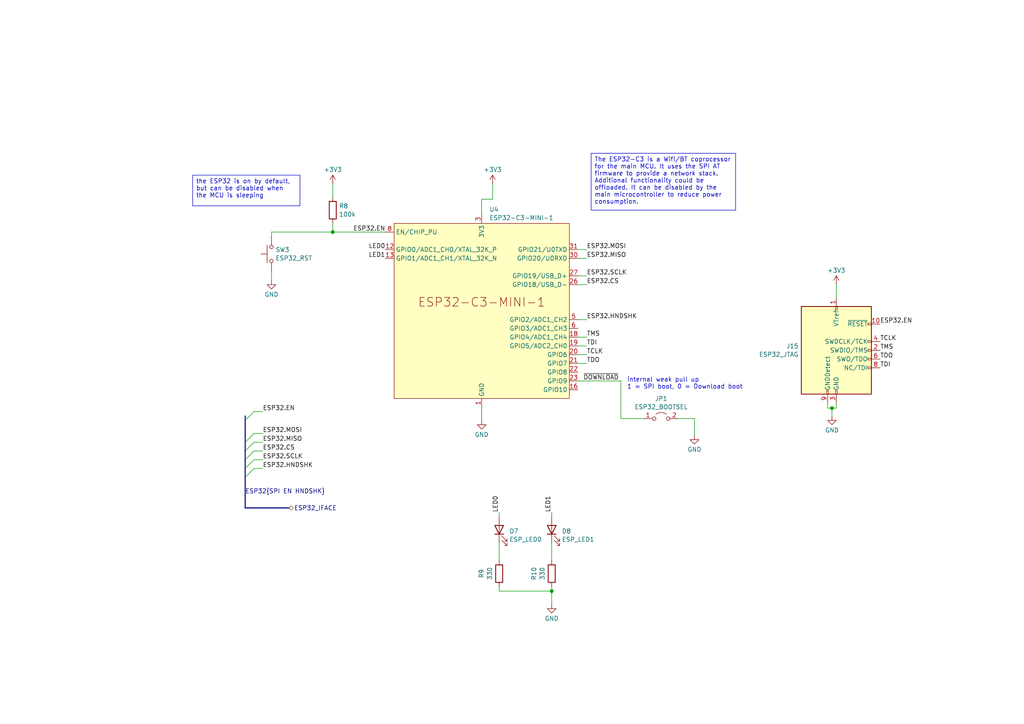
<source format=kicad_sch>
(kicad_sch (version 20230121) (generator eeschema)
  (paper "A4")
  (title_block (title "T3 Telemetry Board") (date "2023-07-26") (rev "1") (company "Solar Vehicle Project"))
  (lib_symbols
    (symbol "Connector:Conn_ARM_JTAG_SWD_10" (pin_names (offset 1.016))
      (property "Reference" "J" (at -2.54 16.51 0))
      (property "Value" "Conn_ARM_JTAG_SWD_10" (at -2.54 13.97 0))
      (symbol "Conn_ARM_JTAG_SWD_10_0_1"
        (rectangle (start -10.16 12.7) (end 10.16 -12.7) (stroke (width 0.254)) (fill (type background)))
        (rectangle (start -2.794 -12.7) (end -2.286 -11.684))
        (rectangle (start -0.254 -12.7) (end 0.254 -11.684))
        (rectangle (start -0.254 12.7) (end 0.254 11.684))
        (rectangle (start 9.144 2.286) (end 10.16 2.794))
        (rectangle (start 10.16 -2.794) (end 9.144 -2.286))
        (rectangle (start 10.16 -0.254) (end 9.144 0.254))
        (rectangle (start 10.16 7.874) (end 9.144 7.366))
      )
      (symbol "Conn_ARM_JTAG_SWD_10_1_1"
        (rectangle (start 9.144 -5.334) (end 10.16 -4.826))
        (pin power_in line (at 0 15.24 270) (length 2.54) (name "VTref") (number "1"))
        (pin open_collector line (at 12.7 7.62 180) (length 2.54) (name "~{RESET}") (number "10"))
        (pin bidirectional line (at 12.7 0 180) (length 2.54) (name "SWDIO/TMS") (number "2"))
        (pin power_in line (at 0 -15.24 90) (length 2.54) (name "GND") (number "3"))
        (pin output line (at 12.7 2.54 180) (length 2.54) (name "SWDCLK/TCK") (number "4"))
        (pin passive line (at 0 -15.24 90) (length 2.54) hide (name "GND") (number "5"))
        (pin input line (at 12.7 -2.54 180) (length 2.54) (name "SWO/TDO") (number "6"))
        (pin no_connect line (at -10.16 0 0) (length 2.54) hide (name "KEY") (number "7"))
        (pin output line (at 12.7 -5.08 180) (length 2.54) (name "NC/TDI") (number "8"))
        (pin passive line (at -2.54 -15.24 90) (length 2.54) (name "GNDDetect") (number "9"))
      )
    )
    (symbol "Device:LED" (pin_numbers hide) (pin_names (offset 1.016) hide)
      (property "Reference" "D" (at 0 2.54 0))
      (property "Value" "LED" (at 0 -2.54 0))
      (symbol "LED_0_1"
        (polyline (pts (xy -1.27 -1.27) (xy -1.27 1.27)) (stroke (width 0.254)))
        (polyline (pts (xy -1.27 0) (xy 1.27 0)))
        (polyline (pts (xy 1.27 -1.27) (xy 1.27 1.27) (xy -1.27 0) (xy 1.27 -1.27)) (stroke (width 0.254)))
        (polyline (pts (xy -3.048 -0.762) (xy -4.572 -2.286) (xy -3.81 -2.286) (xy -4.572 -2.286) (xy -4.572 -1.524)))
        (polyline (pts (xy -1.778 -0.762) (xy -3.302 -2.286) (xy -2.54 -2.286) (xy -3.302 -2.286) (xy -3.302 -1.524)))
      )
      (symbol "LED_1_1"
        (pin passive line (at -3.81 0 0) (length 2.54) (name "K") (number "1"))
        (pin passive line (at 3.81 0 180) (length 2.54) (name "A") (number "2"))
      )
    )
    (symbol "Device:R" (pin_numbers hide) (pin_names (offset 0))
      (property "Reference" "R" (at 2.032 0 90))
      (property "Value" "R" (at 0 0 90))
      (symbol "R_0_1"
        (rectangle (start -1.016 -2.54) (end 1.016 2.54) (stroke (width 0.254)))
      )
      (symbol "R_1_1"
        (pin passive line (at 0 3.81 270) (length 1.27) (name "~") (number "1"))
        (pin passive line (at 0 -3.81 90) (length 1.27) (name "~") (number "2"))
      )
    )
    (symbol "Jumper:Jumper_2_Open" (pin_names (offset 0) hide)
      (property "Reference" "JP" (at 0 2.794 0))
      (property "Value" "Jumper_2_Open" (at 0 -2.286 0))
      (symbol "Jumper_2_Open_0_0"
        (circle (center -2.032 0) (radius 0.508))
        (circle (center 2.032 0) (radius 0.508))
      )
      (symbol "Jumper_2_Open_0_1"
        (arc (start 1.524 1.27) (mid 0 1.778) (end -1.524 1.27))
      )
      (symbol "Jumper_2_Open_1_1"
        (pin passive line (at -5.08 0 0) (length 2.54) (name "A") (number "1"))
        (pin passive line (at 5.08 0 180) (length 2.54) (name "B") (number "2"))
      )
    )
    (symbol "PCM_Espressif:ESP32-C3-MINI-1"
      (property "Reference" "U" (at -25.4 30.48 0))
      (property "Value" "ESP32-C3-MINI-1" (at -25.4 27.94 0))
      (symbol "ESP32-C3-MINI-1_0_0"
        (text "ESP32-C3-MINI-1" (at 0 2.54 0) (effects (font (size 2.54 2.54))))
      )
      (symbol "ESP32-C3-MINI-1_0_1"
        (rectangle (start -25.4 25.4) (end 25.4 -25.4) (fill (type background)))
      )
      (symbol "ESP32-C3-MINI-1_1_1"
        (pin power_in line (at 0 -27.94 90) (length 2.54) (name "GND") (number "1"))
        (pin no_connect line (at -25.4 2.54 0) (length 2.54) hide (name "NC") (number "10"))
        (pin passive line (at 0 -27.94 90) (length 2.54) hide (name "GND") (number "11"))
        (pin bidirectional line (at -27.94 17.78 0) (length 2.54) (name "GPIO0/ADC1_CH0/XTAL_32K_P") (number "12"))
        (pin bidirectional line (at -27.94 15.24 0) (length 2.54) (name "GPIO1/ADC1_CH1/XTAL_32K_N") (number "13"))
        (pin passive line (at 0 -27.94 90) (length 2.54) hide (name "GND") (number "14"))
        (pin no_connect line (at -25.4 0 0) (length 2.54) hide (name "NC") (number "15"))
        (pin bidirectional line (at 27.94 -22.86 180) (length 2.54) (name "GPIO10") (number "16"))
        (pin no_connect line (at -25.4 -2.54 0) (length 2.54) hide (name "NC") (number "17"))
        (pin bidirectional line (at 27.94 -7.62 180) (length 2.54) (name "GPIO4/ADC1_CH4") (number "18"))
        (pin bidirectional line (at 27.94 -10.16 180) (length 2.54) (name "GPIO5/ADC2_CH0") (number "19"))
        (pin passive line (at 0 -27.94 90) (length 2.54) hide (name "GND") (number "2"))
        (pin bidirectional line (at 27.94 -12.7 180) (length 2.54) (name "GPIO6") (number "20"))
        (pin bidirectional line (at 27.94 -15.24 180) (length 2.54) (name "GPIO7") (number "21"))
        (pin bidirectional line (at 27.94 -17.78 180) (length 2.54) (name "GPIO8") (number "22"))
        (pin bidirectional line (at 27.94 -20.32 180) (length 2.54) (name "GPIO9") (number "23"))
        (pin no_connect line (at -25.4 -5.08 0) (length 2.54) hide (name "NC") (number "24"))
        (pin no_connect line (at -25.4 -7.62 0) (length 2.54) hide (name "NC") (number "25"))
        (pin bidirectional line (at 27.94 7.62 180) (length 2.54) (name "GPIO18/USB_D-") (number "26"))
        (pin bidirectional line (at 27.94 10.16 180) (length 2.54) (name "GPIO19/USB_D+") (number "27"))
        (pin no_connect line (at -25.4 -10.16 0) (length 2.54) hide (name "NC") (number "28"))
        (pin no_connect line (at -25.4 -12.7 0) (length 2.54) hide (name "NC") (number "29"))
        (pin power_in line (at 0 27.94 270) (length 2.54) (name "3V3") (number "3"))
        (pin bidirectional line (at 27.94 15.24 180) (length 2.54) (name "GPIO20/U0RXD") (number "30"))
        (pin bidirectional line (at 27.94 17.78 180) (length 2.54) (name "GPIO21/U0TXD") (number "31"))
        (pin no_connect line (at -25.4 -15.24 0) (length 2.54) hide (name "NC") (number "32"))
        (pin no_connect line (at -25.4 -17.78 0) (length 2.54) hide (name "NC") (number "33"))
        (pin no_connect line (at -25.4 -20.32 0) (length 2.54) hide (name "NC") (number "34"))
        (pin no_connect line (at -25.4 -22.86 0) (length 2.54) hide (name "NC") (number "35"))
        (pin passive line (at 0 -27.94 90) (length 2.54) hide (name "GND") (number "36"))
        (pin passive line (at 0 -27.94 90) (length 2.54) hide (name "GND") (number "37"))
        (pin passive line (at 0 -27.94 90) (length 2.54) hide (name "GND") (number "38"))
        (pin passive line (at 0 -27.94 90) (length 2.54) hide (name "GND") (number "39"))
        (pin no_connect line (at -25.4 10.16 0) (length 2.54) hide (name "NC") (number "4"))
        (pin passive line (at 0 -27.94 90) (length 2.54) hide (name "GND") (number "40"))
        (pin passive line (at 0 -27.94 90) (length 2.54) hide (name "GND") (number "41"))
        (pin passive line (at 0 -27.94 90) (length 2.54) hide (name "GND") (number "42"))
        (pin passive line (at 0 -27.94 90) (length 2.54) hide (name "GND") (number "43"))
        (pin passive line (at 0 -27.94 90) (length 2.54) hide (name "GND") (number "44"))
        (pin passive line (at 0 -27.94 90) (length 2.54) hide (name "GND") (number "45"))
        (pin passive line (at 0 -27.94 90) (length 2.54) hide (name "GND") (number "46"))
        (pin passive line (at 0 -27.94 90) (length 2.54) hide (name "GND") (number "47"))
        (pin passive line (at 0 -27.94 90) (length 2.54) hide (name "GND") (number "48"))
        (pin passive line (at 0 -27.94 90) (length 2.54) hide (name "GND") (number "49"))
        (pin bidirectional line (at 27.94 -2.54 180) (length 2.54) (name "GPIO2/ADC1_CH2") (number "5"))
        (pin passive line (at 0 -27.94 90) (length 2.54) hide (name "GND") (number "50"))
        (pin passive line (at 0 -27.94 90) (length 2.54) hide (name "GND") (number "51"))
        (pin passive line (at 0 -27.94 90) (length 2.54) hide (name "GND") (number "52"))
        (pin passive line (at 0 -27.94 90) (length 2.54) hide (name "GND") (number "53"))
        (pin bidirectional line (at 27.94 -5.08 180) (length 2.54) (name "GPIO3/ADC1_CH3") (number "6"))
        (pin no_connect line (at -25.4 7.62 0) (length 2.54) hide (name "NC") (number "7"))
        (pin input line (at -27.94 22.86 0) (length 2.54) (name "EN/CHIP_PU") (number "8"))
        (pin no_connect line (at -25.4 5.08 0) (length 2.54) hide (name "NC") (number "9"))
      )
    )
    (symbol "Switch:SW_Push" (pin_numbers hide) (pin_names (offset 1.016) hide)
      (property "Reference" "SW" (at 1.27 2.54 0))
      (property "Value" "SW_Push" (at 0 -1.524 0))
      (symbol "SW_Push_0_1"
        (circle (center -2.032 0) (radius 0.508))
        (polyline (pts (xy 0 1.27) (xy 0 3.048)))
        (polyline (pts (xy 2.54 1.27) (xy -2.54 1.27)))
        (circle (center 2.032 0) (radius 0.508))
        (pin passive line (at -5.08 0 0) (length 2.54) (name "1") (number "1"))
        (pin passive line (at 5.08 0 180) (length 2.54) (name "2") (number "2"))
      )
    )
    (symbol "power:+3V3" (power) (pin_names (offset 0))
      (property "Value" "+3V3" (at 0 3.556 0))
      (symbol "+3V3_0_1"
        (polyline (pts (xy -0.762 1.27) (xy 0 2.54)))
        (polyline (pts (xy 0 0) (xy 0 2.54)))
        (polyline (pts (xy 0 2.54) (xy 0.762 1.27)))
      )
      (symbol "+3V3_1_1"
        (pin power_in line (at 0 0 90) (length 0) hide (name "+3V3") (number "1"))
      )
    )
    (symbol "power:GND" (power) (pin_names (offset 0))
      (property "Value" "GND" (at 0 -3.81 0))
      (symbol "GND_0_1"
        (polyline (pts (xy 0 0) (xy 0 -1.27) (xy 1.27 -1.27) (xy 0 -2.54) (xy -1.27 -1.27) (xy 0 -1.27)))
      )
      (symbol "GND_1_1"
        (pin power_in line (at 0 0 270) (length 0) hide (name "GND") (number "1"))
      )
    )
  )
  (junction (at 160.02 171.45))
  (junction (at 96.52 67.31))
  (junction (at 241.3 118.364))
  (bus_entry (at 71.12 133.35) (size 2.54 -2.54))
  (bus_entry (at 71.12 121.92) (size 2.54 -2.54))
  (bus_entry (at 71.12 135.89) (size 2.54 -2.54))
  (bus_entry (at 71.12 138.43) (size 2.54 -2.54))
  (bus_entry (at 71.12 130.81) (size 2.54 -2.54))
  (bus_entry (at 71.12 128.27) (size 2.54 -2.54))
  (wire (pts (xy 201.422 121.412) (xy 201.422 126.238)))
  (wire (pts (xy 167.64 80.01) (xy 170.18 80.01)))
  (wire (pts (xy 180.086 110.49) (xy 180.086 121.412)))
  (wire (pts (xy 160.02 171.45) (xy 160.02 170.18)))
  (wire (pts (xy 240.03 118.364) (xy 241.3 118.364)))
  (bus (pts (xy 71.12 128.27) (xy 71.12 130.81)))
  (wire (pts (xy 73.66 119.38) (xy 76.2 119.38)))
  (bus (pts (xy 71.12 130.81) (xy 71.12 133.35)))
  (wire (pts (xy 242.57 116.84) (xy 242.57 118.364)))
  (wire (pts (xy 196.85 121.412) (xy 201.422 121.412)))
  (wire (pts (xy 78.74 67.31) (xy 96.52 67.31)))
  (wire (pts (xy 144.78 170.18) (xy 144.78 171.45)))
  (wire (pts (xy 167.64 110.49) (xy 180.086 110.49)))
  (wire (pts (xy 139.7 118.11) (xy 139.7 121.92)))
  (wire (pts (xy 167.64 72.39) (xy 170.18 72.39)))
  (wire (pts (xy 167.64 82.55) (xy 170.18 82.55)))
  (bus (pts (xy 71.12 120.65) (xy 71.12 121.92)))
  (wire (pts (xy 167.64 97.79) (xy 170.18 97.79)))
  (wire (pts (xy 73.66 128.27) (xy 76.2 128.27)))
  (bus (pts (xy 71.12 121.92) (xy 71.12 128.27)))
  (wire (pts (xy 180.086 121.412) (xy 186.69 121.412)))
  (bus (pts (xy 71.12 133.35) (xy 71.12 135.89)))
  (wire (pts (xy 78.74 67.31) (xy 78.74 68.58)))
  (wire (pts (xy 73.66 130.81) (xy 76.2 130.81)))
  (wire (pts (xy 167.64 100.33) (xy 170.18 100.33)))
  (wire (pts (xy 144.78 162.56) (xy 144.78 157.48)))
  (wire (pts (xy 144.78 171.45) (xy 160.02 171.45)))
  (wire (pts (xy 240.03 116.84) (xy 240.03 118.364)))
  (wire (pts (xy 160.02 171.45) (xy 160.02 175.26)))
  (wire (pts (xy 96.52 67.31) (xy 96.52 64.77)))
  (wire (pts (xy 73.66 125.73) (xy 76.2 125.73)))
  (wire (pts (xy 167.64 74.93) (xy 170.18 74.93)))
  (wire (pts (xy 242.57 118.364) (xy 241.3 118.364)))
  (wire (pts (xy 139.7 57.785) (xy 139.7 62.23)))
  (wire (pts (xy 144.78 148.59) (xy 144.78 149.86)))
  (wire (pts (xy 167.64 105.41) (xy 170.18 105.41)))
  (wire (pts (xy 167.64 102.87) (xy 170.18 102.87)))
  (bus (pts (xy 71.12 138.43) (xy 71.12 147.32)))
  (wire (pts (xy 242.57 82.55) (xy 242.57 86.36)))
  (bus (pts (xy 83.82 147.32) (xy 71.12 147.32)))
  (wire (pts (xy 142.875 57.785) (xy 142.875 53.34)))
  (wire (pts (xy 96.52 53.34) (xy 96.52 57.15)))
  (bus (pts (xy 71.12 135.89) (xy 71.12 138.43)))
  (wire (pts (xy 160.02 148.59) (xy 160.02 149.86)))
  (wire (pts (xy 73.66 133.35) (xy 76.2 133.35)))
  (wire (pts (xy 139.7 57.785) (xy 142.875 57.785)))
  (wire (pts (xy 96.52 67.31) (xy 111.76 67.31)))
  (wire (pts (xy 78.74 78.74) (xy 78.74 81.28)))
  (wire (pts (xy 73.66 135.89) (xy 76.2 135.89)))
  (wire (pts (xy 160.02 162.56) (xy 160.02 157.48)))
  (wire (pts (xy 170.18 92.71) (xy 167.64 92.71)))
  (wire (pts (xy 241.3 118.364) (xy 241.3 120.65)))
  (text_box "the ESP32 is on by default,\nbut can be disabled when the MCU is sleeping" (at 55.88 50.8 0) (size 31.115 8.89) (effects (font (size 1.27 1.27)) (justify left top)))
  (text_box "The ESP32-C3 is a Wifi/BT coprocessor for the main MCU. It uses the SPI AT firmware to provide a network stack. Additional functionality could be offloaded. It can be disabled by the main microcontroller to reduce power consumption." (at 171.45 44.45 0) (size 41.91 16.51) (effects (font (size 1.27 1.27)) (justify left top)))
  (text "internal weak pull up\n1 = SPI boot, 0 = Download boot" (at 181.864 113.03 0) (effects (font (size 1.27 1.27)) (justify left bottom)))
  (label "TDO" (at 170.18 105.41 0))
  (label "ESP32.EN" (at 76.2 119.38 0))
  (label "LED0" (at 111.76 72.39 180))
  (label "ESP32.HNDSHK" (at 170.18 92.71 0))
  (label "TDI" (at 255.27 106.68 0))
  (label "TMS" (at 255.27 101.6 0))
  (label "ESP32.CS" (at 170.18 82.55 0))
  (label "ESP32.EN" (at 111.76 67.31 180))
  (label "TCLK" (at 255.27 99.06 0))
  (label "ESP32.SCLK" (at 76.2 133.35 0))
  (label "LED1" (at 160.02 148.59 90))
  (label "ESP32.SCLK" (at 170.18 80.01 0))
  (label "TCLK" (at 170.18 102.87 0))
  (label "ESP32.EN" (at 255.27 93.98 0))
  (label "ESP32.MISO" (at 170.18 74.93 0))
  (label "ESP32.MOSI" (at 170.18 72.39 0))
  (label "TMS" (at 170.18 97.79 0))
  (label "~{DOWNLOAD}" (at 169.164 110.49 0))
  (label "ESP32.MISO" (at 76.2 128.27 0))
  (label "ESP32.MOSI" (at 76.2 125.73 0))
  (label "LED1" (at 111.76 74.93 180))
  (label "ESP32{SPI EN HNDSHK}" (at 71.12 143.51 0))
  (label "ESP32.HNDSHK" (at 76.2 135.89 0))
  (label "ESP32.CS" (at 76.2 130.81 0))
  (label "TDO" (at 255.27 104.14 0))
  (label "LED0" (at 144.78 148.59 90))
  (label "TDI" (at 170.18 100.33 0))
  (hierarchical_label "ESP32_IFACE" (shape bidirectional) (at 83.82 147.32 0))
  (symbol (lib_id "Connector:Conn_ARM_JTAG_SWD_10") (at 242.57 101.6 0) (unit 1)
    (property "Reference" "J15" (at 231.6481 100.3879 0) (effects (justify right)))
    (property "Value" "ESP32_JTAG" (at 231.6481 102.8121 0) (effects (justify right)))
    (property "Footprint" "Connector_PinHeader_1.27mm:PinHeader_2x05_P1.27mm_Vertical_SMD" (effects hide))
    (property "Datasheet" "http://infocenter.arm.com/help/topic/com.arm.doc.ddi0314h/DDI0314H_coresight_components_trm.pdf" (effects hide))
    (instances (project "telem3" (path "" (reference "J15") (unit 1)) (path "" (reference "J4") (unit 1))))
  )
  (symbol (lib_id "power:GND") (at 160.02 175.26 0) (unit 1)
    (property "Reference" "#PWR032" (effects hide))
    (property "Value" "GND" (at 160.02 179.3931 0))
  )
  (symbol (lib_id "power:GND") (at 201.422 126.238 0) (unit 1)
    (property "Reference" "#PWR033" (effects hide))
    (property "Value" "GND" (at 201.422 130.3711 0))
  )
  (symbol (lib_id "power:+3V3") (at 142.875 53.34 0) (unit 1)
    (property "Reference" "#PWR031" (effects hide))
    (property "Value" "+3V3" (at 142.875 49.2069 0))
  )
  (symbol (lib_id "PCM_Espressif:ESP32-C3-MINI-1") (at 139.7 90.17 0) (unit 1)
    (property "Reference" "U4" (at 141.8941 60.7527 0) (effects (justify left)))
    (property "Value" "ESP32-C3-MINI-1" (at 141.8941 63.1769 0) (effects (justify left)))
    (property "Footprint" "Espressif:ESP32-C3-MINI-1U" (effects hide))
    (property "Datasheet" "https://www.espressif.com/sites/default/files/documentation/esp32-c3-mini-1_datasheet_en.pdf" (effects hide))
  )
  (symbol (lib_id "power:+3V3") (at 96.52 53.34 0) (unit 1)
    (property "Reference" "#PWR029" (effects hide))
    (property "Value" "+3V3" (at 96.52 49.2069 0))
  )
  (symbol (lib_id "Device:LED") (at 160.02 153.67 90) (unit 1)
    (property "Reference" "D8" (at 162.941 154.0454 90) (effects (justify right)))
    (property "Value" "ESP_LED1" (at 162.941 156.4696 90) (effects (justify right)))
    (property "Footprint" "LED_SMD:LED_0805_2012Metric" (effects hide))
  )
  (symbol (lib_id "Jumper:Jumper_2_Open") (at 191.77 121.412 0) (unit 1)
    (property "Reference" "JP1" (at 191.77 115.6167 0))
    (property "Value" "ESP32_BOOTSEL" (at 191.77 118.0409 0))
    (property "Footprint" "Connector_PinHeader_2.54mm:PinHeader_1x02_P2.54mm_Vertical_SMD_Pin1Right" (effects hide))
  )
  (symbol (lib_id "power:GND") (at 78.74 81.28 0) (unit 1)
    (property "Reference" "#PWR028" (effects hide))
    (property "Value" "GND" (at 78.74 85.4131 0))
  )
  (symbol (lib_id "Switch:SW_Push") (at 78.74 73.66 90) (unit 1)
    (property "Reference" "SW3" (at 79.883 72.4479 90) (effects (justify right)))
    (property "Value" "ESP32_RST" (at 79.883 74.8721 90) (effects (justify right)))
    (property "Footprint" "Button_Switch_SMD:SW_Push_1P1T_XKB_TS-1187A" (effects hide))
  )
  (symbol (lib_id "power:GND") (at 139.7 121.92 0) (unit 1)
    (property "Reference" "#PWR030" (effects hide))
    (property "Value" "GND" (at 139.7 126.0531 0))
  )
  (symbol (lib_id "power:+3V3") (at 242.57 82.55 0) (unit 1)
    (property "Reference" "#PWR035" (effects hide))
    (property "Value" "+3V3" (at 242.57 78.4169 0))
  )
  (symbol (lib_id "Device:R") (at 144.78 166.37 180) (unit 1)
    (property "Reference" "R9" (at 139.6197 166.37 90))
    (property "Value" "330" (at 142.0439 166.37 90))
    (property "Footprint" "Resistor_SMD:R_0402_1005Metric" (effects hide))
  )
  (symbol (lib_id "power:GND") (at 241.3 120.65 0) (unit 1)
    (property "Reference" "#PWR034" (effects hide))
    (property "Value" "GND" (at 241.3 124.7831 0))
  )
  (symbol (lib_id "Device:R") (at 96.52 60.96 0) (unit 1)
    (property "Reference" "R8" (at 98.298 59.7479 0) (effects (justify left)))
    (property "Value" "100k" (at 98.298 62.1721 0) (effects (justify left)))
    (property "Footprint" "Resistor_SMD:R_0402_1005Metric" (effects hide))
  )
  (symbol (lib_id "Device:LED") (at 144.78 153.67 90) (unit 1)
    (property "Reference" "D7" (at 147.701 154.0454 90) (effects (justify right)))
    (property "Value" "ESP_LED0" (at 147.701 156.4696 90) (effects (justify right)))
    (property "Footprint" "LED_SMD:LED_0805_2012Metric" (effects hide))
  )
  (symbol (lib_id "Device:R") (at 160.02 166.37 180) (unit 1)
    (property "Reference" "R10" (at 154.8597 166.37 90))
    (property "Value" "330" (at 157.2839 166.37 90))
    (property "Footprint" "Resistor_SMD:R_0402_1005Metric" (effects hide))
  )
)
</source>
